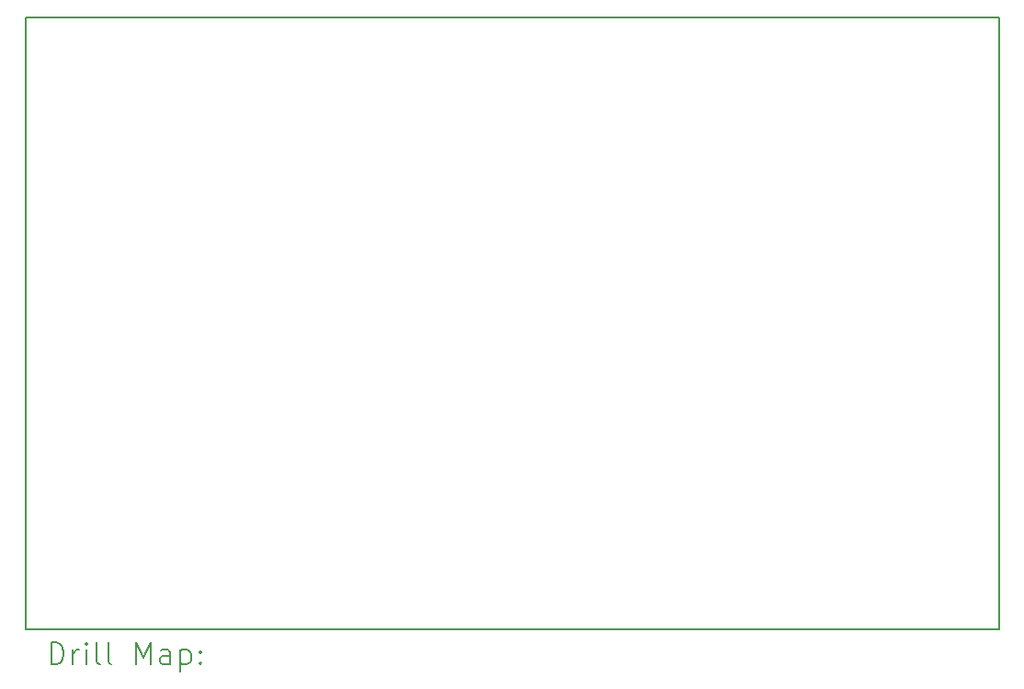
<source format=gbr>
%TF.GenerationSoftware,KiCad,Pcbnew,7.0.2*%
%TF.CreationDate,2023-09-08T16:08:13-07:00*%
%TF.ProjectId,Buck Converter,4275636b-2043-46f6-9e76-65727465722e,rev?*%
%TF.SameCoordinates,Original*%
%TF.FileFunction,Drillmap*%
%TF.FilePolarity,Positive*%
%FSLAX45Y45*%
G04 Gerber Fmt 4.5, Leading zero omitted, Abs format (unit mm)*
G04 Created by KiCad (PCBNEW 7.0.2) date 2023-09-08 16:08:13*
%MOMM*%
%LPD*%
G01*
G04 APERTURE LIST*
%ADD10C,0.200000*%
G04 APERTURE END LIST*
D10*
X10713720Y-8077200D02*
X19679000Y-8077200D01*
X19679000Y-13713500D01*
X10713720Y-13713500D01*
X10713720Y-8077200D01*
X10951339Y-14036024D02*
X10951339Y-13836024D01*
X10951339Y-13836024D02*
X10998958Y-13836024D01*
X10998958Y-13836024D02*
X11027530Y-13845548D01*
X11027530Y-13845548D02*
X11046577Y-13864595D01*
X11046577Y-13864595D02*
X11056101Y-13883643D01*
X11056101Y-13883643D02*
X11065625Y-13921738D01*
X11065625Y-13921738D02*
X11065625Y-13950309D01*
X11065625Y-13950309D02*
X11056101Y-13988405D01*
X11056101Y-13988405D02*
X11046577Y-14007452D01*
X11046577Y-14007452D02*
X11027530Y-14026500D01*
X11027530Y-14026500D02*
X10998958Y-14036024D01*
X10998958Y-14036024D02*
X10951339Y-14036024D01*
X11151339Y-14036024D02*
X11151339Y-13902690D01*
X11151339Y-13940786D02*
X11160863Y-13921738D01*
X11160863Y-13921738D02*
X11170387Y-13912214D01*
X11170387Y-13912214D02*
X11189434Y-13902690D01*
X11189434Y-13902690D02*
X11208482Y-13902690D01*
X11275148Y-14036024D02*
X11275148Y-13902690D01*
X11275148Y-13836024D02*
X11265625Y-13845548D01*
X11265625Y-13845548D02*
X11275148Y-13855071D01*
X11275148Y-13855071D02*
X11284672Y-13845548D01*
X11284672Y-13845548D02*
X11275148Y-13836024D01*
X11275148Y-13836024D02*
X11275148Y-13855071D01*
X11398958Y-14036024D02*
X11379910Y-14026500D01*
X11379910Y-14026500D02*
X11370387Y-14007452D01*
X11370387Y-14007452D02*
X11370387Y-13836024D01*
X11503720Y-14036024D02*
X11484672Y-14026500D01*
X11484672Y-14026500D02*
X11475148Y-14007452D01*
X11475148Y-14007452D02*
X11475148Y-13836024D01*
X11732291Y-14036024D02*
X11732291Y-13836024D01*
X11732291Y-13836024D02*
X11798958Y-13978881D01*
X11798958Y-13978881D02*
X11865625Y-13836024D01*
X11865625Y-13836024D02*
X11865625Y-14036024D01*
X12046577Y-14036024D02*
X12046577Y-13931262D01*
X12046577Y-13931262D02*
X12037053Y-13912214D01*
X12037053Y-13912214D02*
X12018006Y-13902690D01*
X12018006Y-13902690D02*
X11979910Y-13902690D01*
X11979910Y-13902690D02*
X11960863Y-13912214D01*
X12046577Y-14026500D02*
X12027529Y-14036024D01*
X12027529Y-14036024D02*
X11979910Y-14036024D01*
X11979910Y-14036024D02*
X11960863Y-14026500D01*
X11960863Y-14026500D02*
X11951339Y-14007452D01*
X11951339Y-14007452D02*
X11951339Y-13988405D01*
X11951339Y-13988405D02*
X11960863Y-13969357D01*
X11960863Y-13969357D02*
X11979910Y-13959833D01*
X11979910Y-13959833D02*
X12027529Y-13959833D01*
X12027529Y-13959833D02*
X12046577Y-13950309D01*
X12141815Y-13902690D02*
X12141815Y-14102690D01*
X12141815Y-13912214D02*
X12160863Y-13902690D01*
X12160863Y-13902690D02*
X12198958Y-13902690D01*
X12198958Y-13902690D02*
X12218006Y-13912214D01*
X12218006Y-13912214D02*
X12227529Y-13921738D01*
X12227529Y-13921738D02*
X12237053Y-13940786D01*
X12237053Y-13940786D02*
X12237053Y-13997928D01*
X12237053Y-13997928D02*
X12227529Y-14016976D01*
X12227529Y-14016976D02*
X12218006Y-14026500D01*
X12218006Y-14026500D02*
X12198958Y-14036024D01*
X12198958Y-14036024D02*
X12160863Y-14036024D01*
X12160863Y-14036024D02*
X12141815Y-14026500D01*
X12322768Y-14016976D02*
X12332291Y-14026500D01*
X12332291Y-14026500D02*
X12322768Y-14036024D01*
X12322768Y-14036024D02*
X12313244Y-14026500D01*
X12313244Y-14026500D02*
X12322768Y-14016976D01*
X12322768Y-14016976D02*
X12322768Y-14036024D01*
X12322768Y-13912214D02*
X12332291Y-13921738D01*
X12332291Y-13921738D02*
X12322768Y-13931262D01*
X12322768Y-13931262D02*
X12313244Y-13921738D01*
X12313244Y-13921738D02*
X12322768Y-13912214D01*
X12322768Y-13912214D02*
X12322768Y-13931262D01*
M02*

</source>
